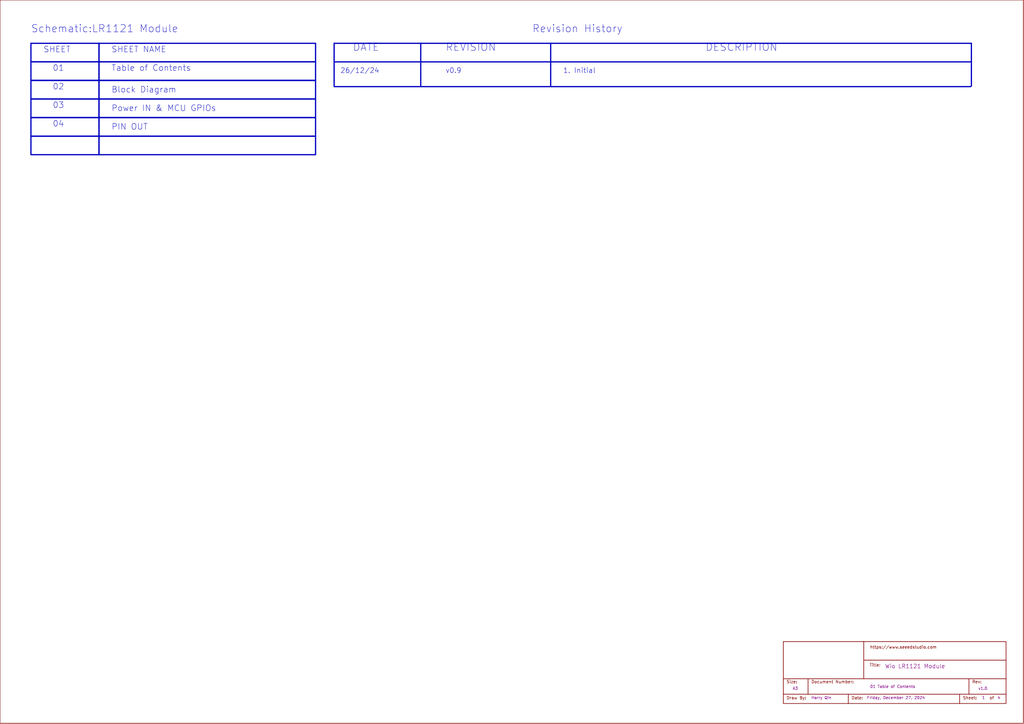
<source format=kicad_sch>
(kicad_sch
	(version 20250114)
	(generator "eeschema")
	(generator_version "9.0")
	(uuid "68c13d1e-d730-43bc-8894-ed611e123053")
	(paper "User" 420.37 297.18)
	(lib_symbols
		(symbol "ProPrj_Wio-easyedapro:pageTemplate_A3_1654x1169"
			(exclude_from_sim no)
			(in_bom yes)
			(on_board yes)
			(property "Reference" ""
				(at 0 0 0)
				(effects
					(font
						(size 1.27 1.27)
					)
				)
			)
			(property "Value" ""
				(at 0 0 0)
				(effects
					(font
						(size 1.27 1.27)
					)
				)
			)
			(property "Footprint" "ProPrj_Wio-easyedapro:"
				(at 0 0 0)
				(effects
					(font
						(size 1.27 1.27)
					)
					(hide yes)
				)
			)
			(property "Datasheet" ""
				(at 0 0 0)
				(effects
					(font
						(size 1.27 1.27)
					)
					(hide yes)
				)
			)
			(property "Description" ""
				(at 0 0 0)
				(effects
					(font
						(size 1.27 1.27)
					)
					(hide yes)
				)
			)
			(symbol "pageTemplate_A3_1654x1169_1_0"
				(rectangle
					(start 0 0)
					(end 420.116 -296.926)
					(stroke
						(width 0.254)
						(type default)
					)
					(fill
						(type none)
					)
				)
				(rectangle
					(start 321.564 -263.398)
					(end 413.004 -288.798)
					(stroke
						(width 0.254)
						(type default)
					)
					(fill
						(type none)
					)
				)
				(polyline
					(pts
						(xy 321.564 -278.638) (xy 413.004 -278.638)
					)
					(stroke
						(width 0.254)
						(type default)
					)
					(fill
						(type none)
					)
				)
				(polyline
					(pts
						(xy 331.724 -278.638) (xy 331.724 -284.988)
					)
					(stroke
						(width 0.254)
						(type default)
					)
					(fill
						(type none)
					)
				)
				(polyline
					(pts
						(xy 348.234 -284.988) (xy 348.234 -288.798)
					)
					(stroke
						(width 0.254)
						(type default)
					)
					(fill
						(type none)
					)
				)
				(polyline
					(pts
						(xy 354.584 -271.018) (xy 413.004 -271.018)
					)
					(stroke
						(width 0.254)
						(type default)
					)
					(fill
						(type none)
					)
				)
				(polyline
					(pts
						(xy 354.584 -278.638) (xy 354.584 -263.398)
					)
					(stroke
						(width 0.254)
						(type default)
					)
					(fill
						(type none)
					)
				)
				(polyline
					(pts
						(xy 393.954 -284.988) (xy 393.954 -288.798)
					)
					(stroke
						(width 0.254)
						(type default)
					)
					(fill
						(type none)
					)
				)
				(polyline
					(pts
						(xy 397.764 -278.638) (xy 397.764 -284.988)
					)
					(stroke
						(width 0.254)
						(type default)
					)
					(fill
						(type none)
					)
				)
				(polyline
					(pts
						(xy 413.004 -284.988) (xy 321.564 -284.988)
					)
					(stroke
						(width 0.254)
						(type default)
					)
					(fill
						(type none)
					)
				)
				(text "Size:"
					(at 322.834 -279.146 0)
					(effects
						(font
							(size 1.2192 1.2192)
						)
						(justify left top)
					)
				)
				(text "Draw By:"
					(at 322.834 -285.75 0)
					(effects
						(font
							(size 1.2192 1.2192)
						)
						(justify left top)
					)
				)
				(text "Document Number:"
					(at 332.994 -279.146 0)
					(effects
						(font
							(size 1.2192 1.2192)
						)
						(justify left top)
					)
				)
				(text "Date:"
					(at 349.504 -285.75 0)
					(effects
						(font
							(size 1.2192 1.2192)
						)
						(justify left top)
					)
				)
				(text "Title:"
					(at 356.87 -272.288 0)
					(effects
						(font
							(size 1.2192 1.2192)
						)
						(justify left top)
					)
				)
				(text "https://www.seeedstudio.com"
					(at 357.124 -264.922 0)
					(effects
						(font
							(size 1.2192 1.2192)
						)
						(justify left top)
					)
				)
				(text "Sheet:"
					(at 395.224 -285.75 0)
					(effects
						(font
							(size 1.2192 1.2192)
						)
						(justify left top)
					)
				)
				(text "Rev:"
					(at 399.034 -279.146 0)
					(effects
						(font
							(size 1.2192 1.2192)
						)
						(justify left top)
					)
				)
				(text "of"
					(at 406.146 -285.75 0)
					(effects
						(font
							(size 1.2192 1.2192)
						)
						(justify left top)
					)
				)
			)
			(embedded_fonts no)
		)
	)
	(rectangle
		(start 12.7 25.4)
		(end 40.64 33.02)
		(stroke
			(width 0.508)
			(type default)
		)
		(fill
			(type none)
		)
		(uuid 516aa893-7317-4c08-bc3b-a6741bb28b5f)
	)
	(rectangle
		(start 40.64 55.88)
		(end 129.54 63.5)
		(stroke
			(width 0.508)
			(type default)
		)
		(fill
			(type none)
		)
		(uuid 58646c6f-d8a0-40b2-bc2a-f637fce2bd01)
	)
	(rectangle
		(start 12.7 17.78)
		(end 40.64 25.4)
		(stroke
			(width 0.508)
			(type default)
		)
		(fill
			(type none)
		)
		(uuid 596ed3d2-1226-4548-9ada-c3cf2d04ba9b)
	)
	(rectangle
		(start 40.64 25.4)
		(end 129.54 33.02)
		(stroke
			(width 0.508)
			(type default)
		)
		(fill
			(type none)
		)
		(uuid 904d073c-6484-442b-914a-ecb59c104b41)
	)
	(rectangle
		(start 12.7 48.26)
		(end 40.64 55.88)
		(stroke
			(width 0.508)
			(type default)
		)
		(fill
			(type none)
		)
		(uuid a8e24500-1a5e-458f-8fdf-ccb50adb062d)
	)
	(rectangle
		(start 12.7 33.02)
		(end 40.64 40.64)
		(stroke
			(width 0.508)
			(type default)
		)
		(fill
			(type none)
		)
		(uuid d8872b81-357a-4bfa-8bd1-8f4d6f332348)
	)
	(rectangle
		(start 40.64 40.64)
		(end 129.54 48.26)
		(stroke
			(width 0.508)
			(type default)
		)
		(fill
			(type none)
		)
		(uuid da0df86c-3e58-42bb-ab2c-b63f5bb203cd)
	)
	(rectangle
		(start 40.64 17.78)
		(end 129.54 25.4)
		(stroke
			(width 0.508)
			(type default)
		)
		(fill
			(type none)
		)
		(uuid defd142b-ce7b-425a-9ad0-eaaf740b436f)
	)
	(rectangle
		(start 12.7 55.88)
		(end 40.64 63.5)
		(stroke
			(width 0.508)
			(type default)
		)
		(fill
			(type none)
		)
		(uuid e6a3cbf0-24e3-4c6a-91cc-8a9fc00c494c)
	)
	(rectangle
		(start 12.7 40.64)
		(end 40.64 48.26)
		(stroke
			(width 0.508)
			(type default)
		)
		(fill
			(type none)
		)
		(uuid ea1d8c55-9952-4375-a665-1c4305253c19)
	)
	(rectangle
		(start 40.64 48.26)
		(end 129.54 55.88)
		(stroke
			(width 0.508)
			(type default)
		)
		(fill
			(type none)
		)
		(uuid f3d30b88-57a5-4c98-bc8d-adde8c5db4af)
	)
	(rectangle
		(start 40.64 33.02)
		(end 129.54 40.64)
		(stroke
			(width 0.508)
			(type default)
		)
		(fill
			(type none)
		)
		(uuid fe833705-ce07-443a-9d96-1e39f9355381)
	)
	(text "DESCRIPTION"
		(exclude_from_sim no)
		(at 289.56 17.78 0)
		(effects
			(font
				(size 3.048 3.048)
			)
			(justify left top)
		)
		(uuid "0aa0978f-b8c3-4c4b-966d-321ff3367715")
	)
	(text "Schematic:LR1121 Module"
		(exclude_from_sim no)
		(at 12.7 10.16 0)
		(effects
			(font
				(size 3.048 3.048)
			)
			(justify left top)
		)
		(uuid "0d2cb00b-c6ee-4263-9a7b-2cd97cb9d665")
	)
	(text "02"
		(exclude_from_sim no)
		(at 21.59 34.29 0)
		(effects
			(font
				(size 2.413 2.413)
			)
			(justify left top)
		)
		(uuid "29fdd841-c7c5-48df-b62d-7ab558b5f9c2")
	)
	(text "Revision History"
		(exclude_from_sim no)
		(at 218.44 10.16 0)
		(effects
			(font
				(size 3.048 3.048)
			)
			(justify left top)
		)
		(uuid "393e61b4-bbcc-45ea-bcfe-d2294fa44ab6")
	)
	(text "SHEET NAME"
		(exclude_from_sim no)
		(at 45.72 19.05 0)
		(effects
			(font
				(size 2.413 2.413)
			)
			(justify left top)
		)
		(uuid "3b95d817-c7f5-439f-8117-280d0f335b7a")
	)
	(text "1. Initial"
		(exclude_from_sim no)
		(at 231.14 27.94 0)
		(effects
			(font
				(size 2.032 2.032)
			)
			(justify left top)
		)
		(uuid "4899f199-3bd1-4238-9261-9384f262efe5")
	)
	(text "v0.9"
		(exclude_from_sim no)
		(at 182.88 27.94 0)
		(effects
			(font
				(size 2.032 2.032)
			)
			(justify left top)
		)
		(uuid "59ba490b-f927-4d9d-b667-533248ac2649")
	)
	(text "01"
		(exclude_from_sim no)
		(at 21.59 26.67 0)
		(effects
			(font
				(size 2.413 2.413)
			)
			(justify left top)
		)
		(uuid "5a408284-eeba-49c8-bf1d-3d6cc5bf3ba2")
	)
	(text "Block Diagram"
		(exclude_from_sim no)
		(at 45.72 35.56 0)
		(effects
			(font
				(size 2.413 2.413)
			)
			(justify left top)
		)
		(uuid "5e9d44ec-eed2-44e8-b6cd-d5913a88740a")
	)
	(text "04"
		(exclude_from_sim no)
		(at 21.59 49.53 0)
		(effects
			(font
				(size 2.413 2.413)
			)
			(justify left top)
		)
		(uuid "748229bf-dfe0-4ae4-b656-4c3b894a820b")
	)
	(text "SHEET"
		(exclude_from_sim no)
		(at 17.78 19.05 0)
		(effects
			(font
				(size 2.413 2.413)
			)
			(justify left top)
		)
		(uuid "9fb2bbe7-9a9a-4934-af4a-089a8f573c7c")
	)
	(text "26/12/24"
		(exclude_from_sim no)
		(at 139.7 27.94 0)
		(effects
			(font
				(size 2.032 2.032)
			)
			(justify left top)
		)
		(uuid "a3794fed-7420-456d-b868-0b3944d293e2")
	)
	(text "REVISION"
		(exclude_from_sim no)
		(at 182.88 17.78 0)
		(effects
			(font
				(size 3.048 3.048)
			)
			(justify left top)
		)
		(uuid "a6aa5374-f47d-41a2-839c-cbda18384417")
	)
	(text "DATE"
		(exclude_from_sim no)
		(at 144.78 17.78 0)
		(effects
			(font
				(size 3.048 3.048)
			)
			(justify left top)
		)
		(uuid "ada6eeaa-9f73-488e-a8ab-3eb765300026")
	)
	(text "03"
		(exclude_from_sim no)
		(at 21.59 41.91 0)
		(effects
			(font
				(size 2.413 2.413)
			)
			(justify left top)
		)
		(uuid "c69e36a1-ca0b-4fa2-aed4-2803bb240ce4")
	)
	(text "PIN OUT"
		(exclude_from_sim no)
		(at 45.72 50.8 0)
		(effects
			(font
				(size 2.413 2.413)
			)
			(justify left top)
		)
		(uuid "d5ec36d5-1a5a-4279-99ab-f0cc3c920ba6")
	)
	(text "Power IN & MCU GPIOs"
		(exclude_from_sim no)
		(at 45.72 43.18 0)
		(effects
			(font
				(size 2.413 2.413)
			)
			(justify left top)
		)
		(uuid "e04e739f-c35b-4849-b3fb-693be9ef855b")
	)
	(text "Table of Contents"
		(exclude_from_sim no)
		(at 45.72 26.67 0)
		(effects
			(font
				(size 2.413 2.413)
			)
			(justify left top)
		)
		(uuid "f7e287c0-0c61-4528-b75c-24ec04e7e271")
	)
	(polyline
		(pts
			(xy 137.16 17.78) (xy 137.16 35.306)
		)
		(stroke
			(width 0.508)
			(type default)
		)
		(uuid "2633ff39-4c7f-4be0-be7c-a0747af465c3")
	)
	(polyline
		(pts
			(xy 137.16 17.78) (xy 398.526 17.78)
		)
		(stroke
			(width 0.508)
			(type default)
		)
		(uuid "2b342899-8246-4625-9e82-03dca701bce6")
	)
	(polyline
		(pts
			(xy 226.06 17.78) (xy 226.06 35.306)
		)
		(stroke
			(width 0.508)
			(type default)
		)
		(uuid "6c3d1dc9-65c7-4cbb-92a8-e545e6acc07e")
	)
	(polyline
		(pts
			(xy 398.78 17.78) (xy 398.78 35.306)
		)
		(stroke
			(width 0.508)
			(type default)
		)
		(uuid "783e39bb-1a6c-4a7b-8471-796b7546a224")
	)
	(polyline
		(pts
			(xy 137.16 25.4) (xy 398.526 25.4)
		)
		(stroke
			(width 0.508)
			(type default)
		)
		(uuid "cf1778b0-5a65-4e8e-8820-53d1bfd67dd3")
	)
	(polyline
		(pts
			(xy 172.72 17.78) (xy 172.72 35.306)
		)
		(stroke
			(width 0.508)
			(type default)
		)
		(uuid "dc375c35-4695-48e5-8889-b72257c8ff76")
	)
	(polyline
		(pts
			(xy 137.16 35.56) (xy 398.526 35.56)
		)
		(stroke
			(width 0.508)
			(type default)
		)
		(uuid "ec3cea32-c4c0-40d3-a48d-81de4abcce1e")
	)
	(symbol
		(lib_id "ProPrj_Wio-easyedapro:pageTemplate_A3_1654x1169")
		(at 0 0 0)
		(unit 1)
		(exclude_from_sim no)
		(in_bom yes)
		(on_board yes)
		(dnp no)
		(uuid "a795d377-475f-4336-a856-2cc78a25c7f1")
		(property "Reference" "?"
			(at 0 0 0)
			(effects
				(font
					(size 1.27 1.27)
				)
			)
		)
		(property "Value" "pageTemplate_A3_1654x1169"
			(at 0 0 0)
			(effects
				(font
					(size 1.27 1.27)
				)
				(justify left bottom)
				(hide yes)
			)
		)
		(property "Footprint" "ProPrj_Wio-easyedapro:"
			(at 0 0 0)
			(effects
				(font
					(size 1.27 1.27)
				)
				(hide yes)
			)
		)
		(property "Datasheet" ""
			(at 0 0 0)
			(effects
				(font
					(size 1.27 1.27)
				)
				(hide yes)
			)
		)
		(property "Description" ""
			(at 0 0 0)
			(effects
				(font
					(size 1.27 1.27)
				)
				(hide yes)
			)
		)
		(property "Drawing" "Harry Qin"
			(at 332.994 285.75 0)
			(effects
				(font
					(size 1.143 1.143)
				)
				(justify left top)
			)
		)
		(property "Page Count" "4"
			(at 409.448 285.75 0)
			(effects
				(font
					(size 1.143 1.143)
				)
				(justify left top)
			)
		)
		(property "Page Modify Date" "Friday, December 27, 2024"
			(at 355.854 285.75 0)
			(effects
				(font
					(size 1.143 1.143)
				)
				(justify left top)
			)
		)
		(property "Page Name" "01 Table of Contents"
			(at 357.124 281.178 0)
			(effects
				(font
					(size 1.143 1.143)
				)
				(justify left top)
			)
		)
		(property "Page Number" "1"
			(at 403.098 285.75 0)
			(effects
				(font
					(size 1.143 1.143)
				)
				(justify left top)
			)
		)
		(property "Page Size" "A3"
			(at 325.374 281.94 0)
			(effects
				(font
					(size 1.143 1.143)
				)
				(justify left top)
			)
		)
		(property "RevCode" "v1.0"
			(at 401.574 281.94 0)
			(effects
				(font
					(size 1.143 1.143)
				)
				(justify left top)
			)
		)
		(property "Schematic Name" "Wio LR1121 Module"
			(at 363.22 272.542 0)
			(effects
				(font
					(size 1.651 1.651)
				)
				(justify left top)
			)
		)
		(instances
			(project ""
				(path "/aec1c255-9330-4c8b-9391-79ab531f92ea/c663beed-38b4-4662-b52a-52aeb702edcc"
					(reference "?")
					(unit 1)
				)
			)
		)
	)
)

</source>
